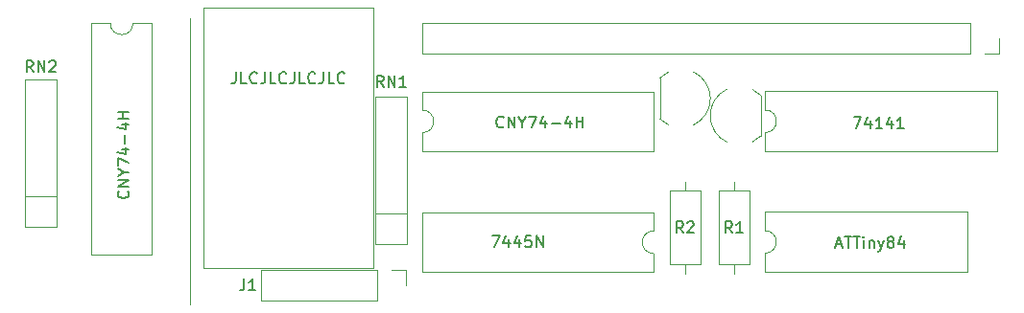
<source format=gbr>
%TF.GenerationSoftware,KiCad,Pcbnew,7.0.7*%
%TF.CreationDate,2023-10-03T22:28:34+01:00*%
%TF.ProjectId,nixie-controller-breakaway,6e697869-652d-4636-9f6e-74726f6c6c65,rev?*%
%TF.SameCoordinates,Original*%
%TF.FileFunction,Legend,Top*%
%TF.FilePolarity,Positive*%
%FSLAX46Y46*%
G04 Gerber Fmt 4.6, Leading zero omitted, Abs format (unit mm)*
G04 Created by KiCad (PCBNEW 7.0.7) date 2023-10-03 22:28:34*
%MOMM*%
%LPD*%
G01*
G04 APERTURE LIST*
%ADD10C,0.120000*%
%ADD11C,0.150000*%
G04 APERTURE END LIST*
D10*
X44750000Y-55850000D02*
X44750000Y-30500000D01*
D11*
X101725790Y-50511904D02*
X102201980Y-50511904D01*
X101630552Y-50797619D02*
X101963885Y-49797619D01*
X101963885Y-49797619D02*
X102297218Y-50797619D01*
X102487695Y-49797619D02*
X103059123Y-49797619D01*
X102773409Y-50797619D02*
X102773409Y-49797619D01*
X103249600Y-49797619D02*
X103821028Y-49797619D01*
X103535314Y-50797619D02*
X103535314Y-49797619D01*
X104154362Y-50797619D02*
X104154362Y-50130952D01*
X104154362Y-49797619D02*
X104106743Y-49845238D01*
X104106743Y-49845238D02*
X104154362Y-49892857D01*
X104154362Y-49892857D02*
X104201981Y-49845238D01*
X104201981Y-49845238D02*
X104154362Y-49797619D01*
X104154362Y-49797619D02*
X104154362Y-49892857D01*
X104630552Y-50130952D02*
X104630552Y-50797619D01*
X104630552Y-50226190D02*
X104678171Y-50178571D01*
X104678171Y-50178571D02*
X104773409Y-50130952D01*
X104773409Y-50130952D02*
X104916266Y-50130952D01*
X104916266Y-50130952D02*
X105011504Y-50178571D01*
X105011504Y-50178571D02*
X105059123Y-50273809D01*
X105059123Y-50273809D02*
X105059123Y-50797619D01*
X105440076Y-50130952D02*
X105678171Y-50797619D01*
X105916266Y-50130952D02*
X105678171Y-50797619D01*
X105678171Y-50797619D02*
X105582933Y-51035714D01*
X105582933Y-51035714D02*
X105535314Y-51083333D01*
X105535314Y-51083333D02*
X105440076Y-51130952D01*
X106440076Y-50226190D02*
X106344838Y-50178571D01*
X106344838Y-50178571D02*
X106297219Y-50130952D01*
X106297219Y-50130952D02*
X106249600Y-50035714D01*
X106249600Y-50035714D02*
X106249600Y-49988095D01*
X106249600Y-49988095D02*
X106297219Y-49892857D01*
X106297219Y-49892857D02*
X106344838Y-49845238D01*
X106344838Y-49845238D02*
X106440076Y-49797619D01*
X106440076Y-49797619D02*
X106630552Y-49797619D01*
X106630552Y-49797619D02*
X106725790Y-49845238D01*
X106725790Y-49845238D02*
X106773409Y-49892857D01*
X106773409Y-49892857D02*
X106821028Y-49988095D01*
X106821028Y-49988095D02*
X106821028Y-50035714D01*
X106821028Y-50035714D02*
X106773409Y-50130952D01*
X106773409Y-50130952D02*
X106725790Y-50178571D01*
X106725790Y-50178571D02*
X106630552Y-50226190D01*
X106630552Y-50226190D02*
X106440076Y-50226190D01*
X106440076Y-50226190D02*
X106344838Y-50273809D01*
X106344838Y-50273809D02*
X106297219Y-50321428D01*
X106297219Y-50321428D02*
X106249600Y-50416666D01*
X106249600Y-50416666D02*
X106249600Y-50607142D01*
X106249600Y-50607142D02*
X106297219Y-50702380D01*
X106297219Y-50702380D02*
X106344838Y-50750000D01*
X106344838Y-50750000D02*
X106440076Y-50797619D01*
X106440076Y-50797619D02*
X106630552Y-50797619D01*
X106630552Y-50797619D02*
X106725790Y-50750000D01*
X106725790Y-50750000D02*
X106773409Y-50702380D01*
X106773409Y-50702380D02*
X106821028Y-50607142D01*
X106821028Y-50607142D02*
X106821028Y-50416666D01*
X106821028Y-50416666D02*
X106773409Y-50321428D01*
X106773409Y-50321428D02*
X106725790Y-50273809D01*
X106725790Y-50273809D02*
X106630552Y-50226190D01*
X107678171Y-50130952D02*
X107678171Y-50797619D01*
X107440076Y-49750000D02*
X107201981Y-50464285D01*
X107201981Y-50464285D02*
X107821028Y-50464285D01*
X72376114Y-40085180D02*
X72328495Y-40132800D01*
X72328495Y-40132800D02*
X72185638Y-40180419D01*
X72185638Y-40180419D02*
X72090400Y-40180419D01*
X72090400Y-40180419D02*
X71947543Y-40132800D01*
X71947543Y-40132800D02*
X71852305Y-40037561D01*
X71852305Y-40037561D02*
X71804686Y-39942323D01*
X71804686Y-39942323D02*
X71757067Y-39751847D01*
X71757067Y-39751847D02*
X71757067Y-39608990D01*
X71757067Y-39608990D02*
X71804686Y-39418514D01*
X71804686Y-39418514D02*
X71852305Y-39323276D01*
X71852305Y-39323276D02*
X71947543Y-39228038D01*
X71947543Y-39228038D02*
X72090400Y-39180419D01*
X72090400Y-39180419D02*
X72185638Y-39180419D01*
X72185638Y-39180419D02*
X72328495Y-39228038D01*
X72328495Y-39228038D02*
X72376114Y-39275657D01*
X72804686Y-40180419D02*
X72804686Y-39180419D01*
X72804686Y-39180419D02*
X73376114Y-40180419D01*
X73376114Y-40180419D02*
X73376114Y-39180419D01*
X74042781Y-39704228D02*
X74042781Y-40180419D01*
X73709448Y-39180419D02*
X74042781Y-39704228D01*
X74042781Y-39704228D02*
X74376114Y-39180419D01*
X74614210Y-39180419D02*
X75280876Y-39180419D01*
X75280876Y-39180419D02*
X74852305Y-40180419D01*
X76090400Y-39513752D02*
X76090400Y-40180419D01*
X75852305Y-39132800D02*
X75614210Y-39847085D01*
X75614210Y-39847085D02*
X76233257Y-39847085D01*
X76614210Y-39799466D02*
X77376115Y-39799466D01*
X78280876Y-39513752D02*
X78280876Y-40180419D01*
X78042781Y-39132800D02*
X77804686Y-39847085D01*
X77804686Y-39847085D02*
X78423733Y-39847085D01*
X78804686Y-40180419D02*
X78804686Y-39180419D01*
X78804686Y-39656609D02*
X79376114Y-39656609D01*
X79376114Y-40180419D02*
X79376114Y-39180419D01*
X71364286Y-49746819D02*
X72030952Y-49746819D01*
X72030952Y-49746819D02*
X71602381Y-50746819D01*
X72840476Y-50080152D02*
X72840476Y-50746819D01*
X72602381Y-49699200D02*
X72364286Y-50413485D01*
X72364286Y-50413485D02*
X72983333Y-50413485D01*
X73792857Y-50080152D02*
X73792857Y-50746819D01*
X73554762Y-49699200D02*
X73316667Y-50413485D01*
X73316667Y-50413485D02*
X73935714Y-50413485D01*
X74792857Y-49746819D02*
X74316667Y-49746819D01*
X74316667Y-49746819D02*
X74269048Y-50223009D01*
X74269048Y-50223009D02*
X74316667Y-50175390D01*
X74316667Y-50175390D02*
X74411905Y-50127771D01*
X74411905Y-50127771D02*
X74650000Y-50127771D01*
X74650000Y-50127771D02*
X74745238Y-50175390D01*
X74745238Y-50175390D02*
X74792857Y-50223009D01*
X74792857Y-50223009D02*
X74840476Y-50318247D01*
X74840476Y-50318247D02*
X74840476Y-50556342D01*
X74840476Y-50556342D02*
X74792857Y-50651580D01*
X74792857Y-50651580D02*
X74745238Y-50699200D01*
X74745238Y-50699200D02*
X74650000Y-50746819D01*
X74650000Y-50746819D02*
X74411905Y-50746819D01*
X74411905Y-50746819D02*
X74316667Y-50699200D01*
X74316667Y-50699200D02*
X74269048Y-50651580D01*
X75269048Y-50746819D02*
X75269048Y-49746819D01*
X75269048Y-49746819D02*
X75840476Y-50746819D01*
X75840476Y-50746819D02*
X75840476Y-49746819D01*
X103273505Y-39231219D02*
X103940171Y-39231219D01*
X103940171Y-39231219D02*
X103511600Y-40231219D01*
X104749695Y-39564552D02*
X104749695Y-40231219D01*
X104511600Y-39183600D02*
X104273505Y-39897885D01*
X104273505Y-39897885D02*
X104892552Y-39897885D01*
X105797314Y-40231219D02*
X105225886Y-40231219D01*
X105511600Y-40231219D02*
X105511600Y-39231219D01*
X105511600Y-39231219D02*
X105416362Y-39374076D01*
X105416362Y-39374076D02*
X105321124Y-39469314D01*
X105321124Y-39469314D02*
X105225886Y-39516933D01*
X106654457Y-39564552D02*
X106654457Y-40231219D01*
X106416362Y-39183600D02*
X106178267Y-39897885D01*
X106178267Y-39897885D02*
X106797314Y-39897885D01*
X107702076Y-40231219D02*
X107130648Y-40231219D01*
X107416362Y-40231219D02*
X107416362Y-39231219D01*
X107416362Y-39231219D02*
X107321124Y-39374076D01*
X107321124Y-39374076D02*
X107225886Y-39469314D01*
X107225886Y-39469314D02*
X107130648Y-39516933D01*
X48772493Y-35269819D02*
X48772493Y-35984104D01*
X48772493Y-35984104D02*
X48724874Y-36126961D01*
X48724874Y-36126961D02*
X48629636Y-36222200D01*
X48629636Y-36222200D02*
X48486779Y-36269819D01*
X48486779Y-36269819D02*
X48391541Y-36269819D01*
X49724874Y-36269819D02*
X49248684Y-36269819D01*
X49248684Y-36269819D02*
X49248684Y-35269819D01*
X50629636Y-36174580D02*
X50582017Y-36222200D01*
X50582017Y-36222200D02*
X50439160Y-36269819D01*
X50439160Y-36269819D02*
X50343922Y-36269819D01*
X50343922Y-36269819D02*
X50201065Y-36222200D01*
X50201065Y-36222200D02*
X50105827Y-36126961D01*
X50105827Y-36126961D02*
X50058208Y-36031723D01*
X50058208Y-36031723D02*
X50010589Y-35841247D01*
X50010589Y-35841247D02*
X50010589Y-35698390D01*
X50010589Y-35698390D02*
X50058208Y-35507914D01*
X50058208Y-35507914D02*
X50105827Y-35412676D01*
X50105827Y-35412676D02*
X50201065Y-35317438D01*
X50201065Y-35317438D02*
X50343922Y-35269819D01*
X50343922Y-35269819D02*
X50439160Y-35269819D01*
X50439160Y-35269819D02*
X50582017Y-35317438D01*
X50582017Y-35317438D02*
X50629636Y-35365057D01*
X51343922Y-35269819D02*
X51343922Y-35984104D01*
X51343922Y-35984104D02*
X51296303Y-36126961D01*
X51296303Y-36126961D02*
X51201065Y-36222200D01*
X51201065Y-36222200D02*
X51058208Y-36269819D01*
X51058208Y-36269819D02*
X50962970Y-36269819D01*
X52296303Y-36269819D02*
X51820113Y-36269819D01*
X51820113Y-36269819D02*
X51820113Y-35269819D01*
X53201065Y-36174580D02*
X53153446Y-36222200D01*
X53153446Y-36222200D02*
X53010589Y-36269819D01*
X53010589Y-36269819D02*
X52915351Y-36269819D01*
X52915351Y-36269819D02*
X52772494Y-36222200D01*
X52772494Y-36222200D02*
X52677256Y-36126961D01*
X52677256Y-36126961D02*
X52629637Y-36031723D01*
X52629637Y-36031723D02*
X52582018Y-35841247D01*
X52582018Y-35841247D02*
X52582018Y-35698390D01*
X52582018Y-35698390D02*
X52629637Y-35507914D01*
X52629637Y-35507914D02*
X52677256Y-35412676D01*
X52677256Y-35412676D02*
X52772494Y-35317438D01*
X52772494Y-35317438D02*
X52915351Y-35269819D01*
X52915351Y-35269819D02*
X53010589Y-35269819D01*
X53010589Y-35269819D02*
X53153446Y-35317438D01*
X53153446Y-35317438D02*
X53201065Y-35365057D01*
X53915351Y-35269819D02*
X53915351Y-35984104D01*
X53915351Y-35984104D02*
X53867732Y-36126961D01*
X53867732Y-36126961D02*
X53772494Y-36222200D01*
X53772494Y-36222200D02*
X53629637Y-36269819D01*
X53629637Y-36269819D02*
X53534399Y-36269819D01*
X54867732Y-36269819D02*
X54391542Y-36269819D01*
X54391542Y-36269819D02*
X54391542Y-35269819D01*
X55772494Y-36174580D02*
X55724875Y-36222200D01*
X55724875Y-36222200D02*
X55582018Y-36269819D01*
X55582018Y-36269819D02*
X55486780Y-36269819D01*
X55486780Y-36269819D02*
X55343923Y-36222200D01*
X55343923Y-36222200D02*
X55248685Y-36126961D01*
X55248685Y-36126961D02*
X55201066Y-36031723D01*
X55201066Y-36031723D02*
X55153447Y-35841247D01*
X55153447Y-35841247D02*
X55153447Y-35698390D01*
X55153447Y-35698390D02*
X55201066Y-35507914D01*
X55201066Y-35507914D02*
X55248685Y-35412676D01*
X55248685Y-35412676D02*
X55343923Y-35317438D01*
X55343923Y-35317438D02*
X55486780Y-35269819D01*
X55486780Y-35269819D02*
X55582018Y-35269819D01*
X55582018Y-35269819D02*
X55724875Y-35317438D01*
X55724875Y-35317438D02*
X55772494Y-35365057D01*
X56486780Y-35269819D02*
X56486780Y-35984104D01*
X56486780Y-35984104D02*
X56439161Y-36126961D01*
X56439161Y-36126961D02*
X56343923Y-36222200D01*
X56343923Y-36222200D02*
X56201066Y-36269819D01*
X56201066Y-36269819D02*
X56105828Y-36269819D01*
X57439161Y-36269819D02*
X56962971Y-36269819D01*
X56962971Y-36269819D02*
X56962971Y-35269819D01*
X58343923Y-36174580D02*
X58296304Y-36222200D01*
X58296304Y-36222200D02*
X58153447Y-36269819D01*
X58153447Y-36269819D02*
X58058209Y-36269819D01*
X58058209Y-36269819D02*
X57915352Y-36222200D01*
X57915352Y-36222200D02*
X57820114Y-36126961D01*
X57820114Y-36126961D02*
X57772495Y-36031723D01*
X57772495Y-36031723D02*
X57724876Y-35841247D01*
X57724876Y-35841247D02*
X57724876Y-35698390D01*
X57724876Y-35698390D02*
X57772495Y-35507914D01*
X57772495Y-35507914D02*
X57820114Y-35412676D01*
X57820114Y-35412676D02*
X57915352Y-35317438D01*
X57915352Y-35317438D02*
X58058209Y-35269819D01*
X58058209Y-35269819D02*
X58153447Y-35269819D01*
X58153447Y-35269819D02*
X58296304Y-35317438D01*
X58296304Y-35317438D02*
X58343923Y-35365057D01*
X39248780Y-45784685D02*
X39296400Y-45832304D01*
X39296400Y-45832304D02*
X39344019Y-45975161D01*
X39344019Y-45975161D02*
X39344019Y-46070399D01*
X39344019Y-46070399D02*
X39296400Y-46213256D01*
X39296400Y-46213256D02*
X39201161Y-46308494D01*
X39201161Y-46308494D02*
X39105923Y-46356113D01*
X39105923Y-46356113D02*
X38915447Y-46403732D01*
X38915447Y-46403732D02*
X38772590Y-46403732D01*
X38772590Y-46403732D02*
X38582114Y-46356113D01*
X38582114Y-46356113D02*
X38486876Y-46308494D01*
X38486876Y-46308494D02*
X38391638Y-46213256D01*
X38391638Y-46213256D02*
X38344019Y-46070399D01*
X38344019Y-46070399D02*
X38344019Y-45975161D01*
X38344019Y-45975161D02*
X38391638Y-45832304D01*
X38391638Y-45832304D02*
X38439257Y-45784685D01*
X39344019Y-45356113D02*
X38344019Y-45356113D01*
X38344019Y-45356113D02*
X39344019Y-44784685D01*
X39344019Y-44784685D02*
X38344019Y-44784685D01*
X38867828Y-44118018D02*
X39344019Y-44118018D01*
X38344019Y-44451351D02*
X38867828Y-44118018D01*
X38867828Y-44118018D02*
X38344019Y-43784685D01*
X38344019Y-43546589D02*
X38344019Y-42879923D01*
X38344019Y-42879923D02*
X39344019Y-43308494D01*
X38677352Y-42070399D02*
X39344019Y-42070399D01*
X38296400Y-42308494D02*
X39010685Y-42546589D01*
X39010685Y-42546589D02*
X39010685Y-41927542D01*
X38963066Y-41546589D02*
X38963066Y-40784685D01*
X38677352Y-39879923D02*
X39344019Y-39879923D01*
X38296400Y-40118018D02*
X39010685Y-40356113D01*
X39010685Y-40356113D02*
X39010685Y-39737066D01*
X39344019Y-39356113D02*
X38344019Y-39356113D01*
X38820209Y-39356113D02*
X38820209Y-38784685D01*
X39344019Y-38784685D02*
X38344019Y-38784685D01*
X88225333Y-49476819D02*
X87892000Y-49000628D01*
X87653905Y-49476819D02*
X87653905Y-48476819D01*
X87653905Y-48476819D02*
X88034857Y-48476819D01*
X88034857Y-48476819D02*
X88130095Y-48524438D01*
X88130095Y-48524438D02*
X88177714Y-48572057D01*
X88177714Y-48572057D02*
X88225333Y-48667295D01*
X88225333Y-48667295D02*
X88225333Y-48810152D01*
X88225333Y-48810152D02*
X88177714Y-48905390D01*
X88177714Y-48905390D02*
X88130095Y-48953009D01*
X88130095Y-48953009D02*
X88034857Y-49000628D01*
X88034857Y-49000628D02*
X87653905Y-49000628D01*
X88606286Y-48572057D02*
X88653905Y-48524438D01*
X88653905Y-48524438D02*
X88749143Y-48476819D01*
X88749143Y-48476819D02*
X88987238Y-48476819D01*
X88987238Y-48476819D02*
X89082476Y-48524438D01*
X89082476Y-48524438D02*
X89130095Y-48572057D01*
X89130095Y-48572057D02*
X89177714Y-48667295D01*
X89177714Y-48667295D02*
X89177714Y-48762533D01*
X89177714Y-48762533D02*
X89130095Y-48905390D01*
X89130095Y-48905390D02*
X88558667Y-49476819D01*
X88558667Y-49476819D02*
X89177714Y-49476819D01*
X30883523Y-35252819D02*
X30550190Y-34776628D01*
X30312095Y-35252819D02*
X30312095Y-34252819D01*
X30312095Y-34252819D02*
X30693047Y-34252819D01*
X30693047Y-34252819D02*
X30788285Y-34300438D01*
X30788285Y-34300438D02*
X30835904Y-34348057D01*
X30835904Y-34348057D02*
X30883523Y-34443295D01*
X30883523Y-34443295D02*
X30883523Y-34586152D01*
X30883523Y-34586152D02*
X30835904Y-34681390D01*
X30835904Y-34681390D02*
X30788285Y-34729009D01*
X30788285Y-34729009D02*
X30693047Y-34776628D01*
X30693047Y-34776628D02*
X30312095Y-34776628D01*
X31312095Y-35252819D02*
X31312095Y-34252819D01*
X31312095Y-34252819D02*
X31883523Y-35252819D01*
X31883523Y-35252819D02*
X31883523Y-34252819D01*
X32312095Y-34348057D02*
X32359714Y-34300438D01*
X32359714Y-34300438D02*
X32454952Y-34252819D01*
X32454952Y-34252819D02*
X32693047Y-34252819D01*
X32693047Y-34252819D02*
X32788285Y-34300438D01*
X32788285Y-34300438D02*
X32835904Y-34348057D01*
X32835904Y-34348057D02*
X32883523Y-34443295D01*
X32883523Y-34443295D02*
X32883523Y-34538533D01*
X32883523Y-34538533D02*
X32835904Y-34681390D01*
X32835904Y-34681390D02*
X32264476Y-35252819D01*
X32264476Y-35252819D02*
X32883523Y-35252819D01*
X61793523Y-36573619D02*
X61460190Y-36097428D01*
X61222095Y-36573619D02*
X61222095Y-35573619D01*
X61222095Y-35573619D02*
X61603047Y-35573619D01*
X61603047Y-35573619D02*
X61698285Y-35621238D01*
X61698285Y-35621238D02*
X61745904Y-35668857D01*
X61745904Y-35668857D02*
X61793523Y-35764095D01*
X61793523Y-35764095D02*
X61793523Y-35906952D01*
X61793523Y-35906952D02*
X61745904Y-36002190D01*
X61745904Y-36002190D02*
X61698285Y-36049809D01*
X61698285Y-36049809D02*
X61603047Y-36097428D01*
X61603047Y-36097428D02*
X61222095Y-36097428D01*
X62222095Y-36573619D02*
X62222095Y-35573619D01*
X62222095Y-35573619D02*
X62793523Y-36573619D01*
X62793523Y-36573619D02*
X62793523Y-35573619D01*
X63793523Y-36573619D02*
X63222095Y-36573619D01*
X63507809Y-36573619D02*
X63507809Y-35573619D01*
X63507809Y-35573619D02*
X63412571Y-35716476D01*
X63412571Y-35716476D02*
X63317333Y-35811714D01*
X63317333Y-35811714D02*
X63222095Y-35859333D01*
X92543333Y-49476819D02*
X92210000Y-49000628D01*
X91971905Y-49476819D02*
X91971905Y-48476819D01*
X91971905Y-48476819D02*
X92352857Y-48476819D01*
X92352857Y-48476819D02*
X92448095Y-48524438D01*
X92448095Y-48524438D02*
X92495714Y-48572057D01*
X92495714Y-48572057D02*
X92543333Y-48667295D01*
X92543333Y-48667295D02*
X92543333Y-48810152D01*
X92543333Y-48810152D02*
X92495714Y-48905390D01*
X92495714Y-48905390D02*
X92448095Y-48953009D01*
X92448095Y-48953009D02*
X92352857Y-49000628D01*
X92352857Y-49000628D02*
X91971905Y-49000628D01*
X93495714Y-49476819D02*
X92924286Y-49476819D01*
X93210000Y-49476819D02*
X93210000Y-48476819D01*
X93210000Y-48476819D02*
X93114762Y-48619676D01*
X93114762Y-48619676D02*
X93019524Y-48714914D01*
X93019524Y-48714914D02*
X92924286Y-48762533D01*
X49501466Y-53556819D02*
X49501466Y-54271104D01*
X49501466Y-54271104D02*
X49453847Y-54413961D01*
X49453847Y-54413961D02*
X49358609Y-54509200D01*
X49358609Y-54509200D02*
X49215752Y-54556819D01*
X49215752Y-54556819D02*
X49120514Y-54556819D01*
X50501466Y-54556819D02*
X49930038Y-54556819D01*
X50215752Y-54556819D02*
X50215752Y-53556819D01*
X50215752Y-53556819D02*
X50120514Y-53699676D01*
X50120514Y-53699676D02*
X50025276Y-53794914D01*
X50025276Y-53794914D02*
X49930038Y-53842533D01*
D10*
%TO.C,U1*%
X95439000Y-52932000D02*
X113339000Y-52932000D01*
X113339000Y-52932000D02*
X113339000Y-47632000D01*
X95439000Y-51282000D02*
X95439000Y-52932000D01*
X95439000Y-47632000D02*
X95439000Y-49282000D01*
X113339000Y-47632000D02*
X95439000Y-47632000D01*
X95439000Y-51282000D02*
G75*
G03*
X95439000Y-49282000I0J1000000D01*
G01*
%TO.C,Q1*%
X95068000Y-40916000D02*
X95068000Y-37316000D01*
X90618001Y-39116000D02*
G75*
G03*
X92119193Y-41472399I2599999J0D01*
G01*
X94340795Y-41440183D02*
G75*
G03*
X95067999Y-40915999I-1122795J2324183D01*
G01*
X92119193Y-36759600D02*
G75*
G03*
X90618000Y-39116000I1098807J-2356400D01*
G01*
X95067999Y-37316001D02*
G75*
G03*
X94340795Y-36791817I-1849999J-1799999D01*
G01*
%TO.C,U6*%
X60900000Y-52600000D02*
X45900000Y-52600000D01*
X45900000Y-52600000D02*
X45900000Y-29600000D01*
X45900000Y-29600000D02*
X60900000Y-29600000D01*
X60900000Y-29600000D02*
X60900000Y-52600000D01*
%TO.C,R2*%
X88392000Y-53062000D02*
X88392000Y-52292000D01*
X87022000Y-52292000D02*
X89762000Y-52292000D01*
X89762000Y-52292000D02*
X89762000Y-45752000D01*
X87022000Y-45752000D02*
X87022000Y-52292000D01*
X89762000Y-45752000D02*
X87022000Y-45752000D01*
X88392000Y-44982000D02*
X88392000Y-45752000D01*
%TO.C,U5*%
X36046000Y-30943000D02*
X36046000Y-51383000D01*
X36046000Y-51383000D02*
X41346000Y-51383000D01*
X37696000Y-30943000D02*
X36046000Y-30943000D01*
X41346000Y-30943000D02*
X39696000Y-30943000D01*
X41346000Y-51383000D02*
X41346000Y-30943000D01*
X37696000Y-30943000D02*
G75*
G03*
X39696000Y-30943000I1000000J0D01*
G01*
%TO.C,RN2*%
X30174000Y-48938000D02*
X32974000Y-48938000D01*
X32974000Y-48938000D02*
X32974000Y-35898000D01*
X30174000Y-46228000D02*
X32974000Y-46228000D01*
X30174000Y-35898000D02*
X30174000Y-48938000D01*
X32974000Y-35898000D02*
X30174000Y-35898000D01*
%TO.C,U2*%
X95459000Y-42264000D02*
X115899000Y-42264000D01*
X115899000Y-42264000D02*
X115899000Y-36964000D01*
X95459000Y-40614000D02*
X95459000Y-42264000D01*
X95459000Y-36964000D02*
X95459000Y-38614000D01*
X115899000Y-36964000D02*
X95459000Y-36964000D01*
X95459000Y-40614000D02*
G75*
G03*
X95459000Y-38614000I0J1000000D01*
G01*
%TO.C,RN1*%
X61084000Y-50462000D02*
X63884000Y-50462000D01*
X63884000Y-50462000D02*
X63884000Y-37422000D01*
X61084000Y-47752000D02*
X63884000Y-47752000D01*
X61084000Y-37422000D02*
X61084000Y-50462000D01*
X63884000Y-37422000D02*
X61084000Y-37422000D01*
%TO.C,U4*%
X65218000Y-42274000D02*
X85658000Y-42274000D01*
X85658000Y-42274000D02*
X85658000Y-36974000D01*
X65218000Y-40624000D02*
X65218000Y-42274000D01*
X65218000Y-36974000D02*
X65218000Y-38624000D01*
X85658000Y-36974000D02*
X65218000Y-36974000D01*
X65218000Y-40624000D02*
G75*
G03*
X65218000Y-38624000I0J1000000D01*
G01*
%TO.C,R1*%
X92710000Y-53062000D02*
X92710000Y-52292000D01*
X91340000Y-52292000D02*
X94080000Y-52292000D01*
X94080000Y-52292000D02*
X94080000Y-45752000D01*
X91340000Y-45752000D02*
X91340000Y-52292000D01*
X94080000Y-45752000D02*
X91340000Y-45752000D01*
X92710000Y-44982000D02*
X92710000Y-45752000D01*
%TO.C,U3*%
X85630000Y-47660000D02*
X65190000Y-47660000D01*
X65190000Y-47660000D02*
X65190000Y-52960000D01*
X85630000Y-49310000D02*
X85630000Y-47660000D01*
X85630000Y-52960000D02*
X85630000Y-51310000D01*
X65190000Y-52960000D02*
X85630000Y-52960000D01*
X85630000Y-49310000D02*
G75*
G03*
X85630000Y-51310000I0J-1000000D01*
G01*
%TO.C,J3*%
X113538000Y-30928000D02*
X65218000Y-30928000D01*
X113538000Y-30928000D02*
X113538000Y-33588000D01*
X65218000Y-30928000D02*
X65218000Y-33588000D01*
X116138000Y-32258000D02*
X116138000Y-33588000D01*
X116138000Y-33588000D02*
X114808000Y-33588000D01*
X113538000Y-33588000D02*
X65218000Y-33588000D01*
%TO.C,J1*%
X63814000Y-52772000D02*
X63814000Y-54102000D01*
X62484000Y-52772000D02*
X63814000Y-52772000D01*
X61214000Y-52772000D02*
X50994000Y-52772000D01*
X61214000Y-52772000D02*
X61214000Y-55432000D01*
X50994000Y-52772000D02*
X50994000Y-55432000D01*
X61214000Y-55432000D02*
X50994000Y-55432000D01*
%TO.C,Q2*%
X86182000Y-35792000D02*
X86182000Y-39392000D01*
X90631999Y-37592000D02*
G75*
G03*
X89130807Y-35235601I-2599999J0D01*
G01*
X86909205Y-35267817D02*
G75*
G03*
X86182001Y-35792001I1122795J-2324183D01*
G01*
X89130807Y-39948400D02*
G75*
G03*
X90632000Y-37592000I-1098807J2356400D01*
G01*
X86182001Y-39391999D02*
G75*
G03*
X86909205Y-39916183I1849999J1799999D01*
G01*
%TD*%
M02*

</source>
